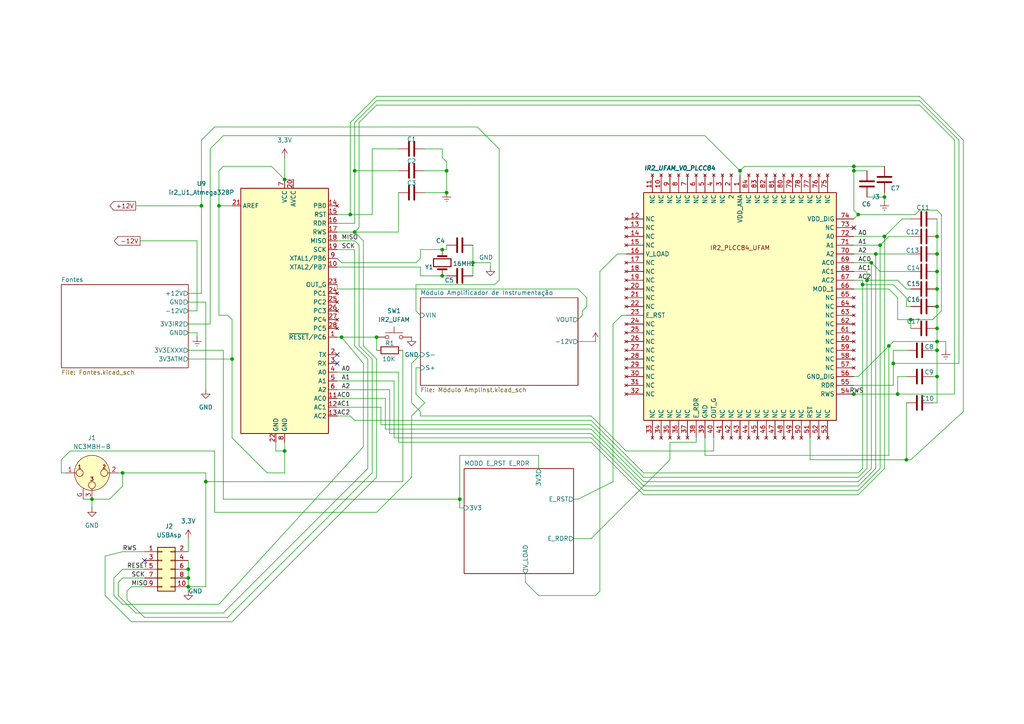
<source format=kicad_sch>
(kicad_sch (version 20250114) (generator "eeschema") (generator_version "9.0")
  (paper "A4")
  (title_block (title "PROJETO IR2_B2_UFAM") (date "07/08/2025") (rev "V1") (company "UFAM-UFMG") (comment 1 "1 - Software Proteus substituído pelo Software Kicad 9.0") (comment 2 "2 - Incluído Amplificafor de Instrumentação para reduzir ruídos") (comment 3 "3 - Incluídos conectores para cabos entrelaçados") (comment 4 "4 - Análise de 4 camadas para reduzir ruídos") (comment 5 "5 - Teste de clonagem"))
  (lib_symbols
    (symbol "Connector_Audio:NC3MBH-B" (pin_names (hide yes))
      (property "Reference" "J" (at 0 8.89 0))
      (property "Value" "NC3MBH-B" (at 0 6.35 0))
      (symbol "NC3MBH-B_0_1"
        (polyline (pts (xy -5.08 0) (xy -4.572 0)))
        (circle (center -3.556 0) (radius 1.016))
        (polyline (pts (xy -2.54 -5.08) (xy -2.54 -4.445)))
        (circle (center 0 0) (radius 5.08) (fill (type background)))
        (circle (center 0 -3.556) (radius 1.016))
        (polyline (pts (xy 0 -5.08) (xy 0 -4.572)))
        (circle (center 3.556 0) (radius 1.016))
        (polyline (pts (xy 5.08 0) (xy 4.572 0)))
        (text "1" (at -3.556 1.778 0) (effects (font (size 1.016 1.016) (bold yes))))
        (text "3" (at 0 -1.778 0) (effects (font (size 1.016 1.016) (bold yes))))
        (text "2" (at 3.556 1.778 0) (effects (font (size 1.016 1.016) (bold yes))))
        (pin passive line (at -7.62 0 0) (length 2.54) (name "~") (number "1"))
        (pin passive line (at 0 -7.62 90) (length 2.54) (name "~") (number "3"))
        (pin passive line (at 7.62 0 180) (length 2.54) (name "~") (number "2"))
      )
      (symbol "NC3MBH-B_1_1"
        (pin passive line (at -2.54 -7.62 90) (length 2.54) (name "~") (number "G"))
      )
    )
    (symbol "Connector_Generic:Conn_02x05_Odd_Even" (pin_names (offset 1.016) (hide yes))
      (property "Reference" "J" (at 1.27 7.62 0))
      (property "Value" "Conn_02x05_Odd_Even" (at 1.27 -7.62 0))
      (symbol "Conn_02x05_Odd_Even_1_1"
        (rectangle (start -1.27 6.35) (end 3.81 -6.35) (stroke (width 0.254)) (fill (type background)))
        (rectangle (start -1.27 5.207) (end 0 4.953) (stroke (width 0.1524)))
        (rectangle (start -1.27 2.667) (end 0 2.413) (stroke (width 0.1524)))
        (rectangle (start -1.27 0.127) (end 0 -0.127) (stroke (width 0.1524)))
        (rectangle (start -1.27 -2.413) (end 0 -2.667) (stroke (width 0.1524)))
        (rectangle (start -1.27 -4.953) (end 0 -5.207) (stroke (width 0.1524)))
        (rectangle (start 3.81 5.207) (end 2.54 4.953) (stroke (width 0.1524)))
        (rectangle (start 3.81 2.667) (end 2.54 2.413) (stroke (width 0.1524)))
        (rectangle (start 3.81 0.127) (end 2.54 -0.127) (stroke (width 0.1524)))
        (rectangle (start 3.81 -2.413) (end 2.54 -2.667) (stroke (width 0.1524)))
        (rectangle (start 3.81 -4.953) (end 2.54 -5.207) (stroke (width 0.1524)))
        (pin passive line (at -5.08 5.08 0) (length 3.81) (name "Pin_1") (number "1"))
        (pin passive line (at -5.08 2.54 0) (length 3.81) (name "Pin_3") (number "3"))
        (pin passive line (at -5.08 0 0) (length 3.81) (name "Pin_5") (number "5"))
        (pin passive line (at -5.08 -2.54 0) (length 3.81) (name "Pin_7") (number "7"))
        (pin passive line (at -5.08 -5.08 0) (length 3.81) (name "Pin_9") (number "9"))
        (pin passive line (at 7.62 5.08 180) (length 3.81) (name "Pin_2") (number "2"))
        (pin passive line (at 7.62 2.54 180) (length 3.81) (name "Pin_4") (number "4"))
        (pin passive line (at 7.62 0 180) (length 3.81) (name "Pin_6") (number "6"))
        (pin passive line (at 7.62 -2.54 180) (length 3.81) (name "Pin_8") (number "8"))
        (pin passive line (at 7.62 -5.08 180) (length 3.81) (name "Pin_10") (number "10"))
      )
    )
    (symbol "Device:C" (pin_numbers (hide yes)) (pin_names (offset 0.254))
      (property "Reference" "C" (at 0.635 2.54 0))
      (property "Value" "C" (at 0.635 -2.54 0))
      (symbol "C_0_1"
        (polyline (pts (xy -2.032 0.762) (xy 2.032 0.762)) (stroke (width 0.508)))
        (polyline (pts (xy -2.032 -0.762) (xy 2.032 -0.762)) (stroke (width 0.508)))
      )
      (symbol "C_1_1"
        (pin passive line (at 0 3.81 270) (length 2.794) (name "~") (number "1"))
        (pin passive line (at 0 -3.81 90) (length 2.794) (name "~") (number "2"))
      )
    )
    (symbol "Device:Crystal" (pin_numbers (hide yes)) (pin_names (offset 1.016) (hide yes))
      (property "Reference" "Y" (at 0 3.81 0))
      (property "Value" "Crystal" (at 0 -3.81 0))
      (symbol "Crystal_0_1"
        (polyline (pts (xy -2.54 0) (xy -1.905 0)))
        (polyline (pts (xy -1.905 -1.27) (xy -1.905 1.27)) (stroke (width 0.508)))
        (rectangle (start -1.143 2.54) (end 1.143 -2.54) (stroke (width 0.3048)))
        (polyline (pts (xy 1.905 -1.27) (xy 1.905 1.27)) (stroke (width 0.508)))
        (polyline (pts (xy 2.54 0) (xy 1.905 0)))
      )
      (symbol "Crystal_1_1"
        (pin passive line (at -3.81 0 0) (length 1.27) (name "1") (number "1"))
        (pin passive line (at 3.81 0 180) (length 1.27) (name "2") (number "2"))
      )
    )
    (symbol "Device:R" (pin_numbers (hide yes)) (pin_names (offset 0))
      (property "Reference" "R" (at 2.032 0 90))
      (property "Value" "R" (at 0 0 90))
      (symbol "R_0_1"
        (rectangle (start -1.016 -2.54) (end 1.016 2.54) (stroke (width 0.254)))
      )
      (symbol "R_1_1"
        (pin passive line (at 0 3.81 270) (length 1.27) (name "~") (number "1"))
        (pin passive line (at 0 -3.81 90) (length 1.27) (name "~") (number "2"))
      )
    )
    (symbol "IR2_LOCAL_Library:IR2_UFAM_SW1_SW_Push" (pin_numbers (hide yes)) (pin_names (offset 1.016) (hide yes))
      (property "Reference" "SW" (at 1.27 2.54 0))
      (property "Value" "IR2_UFAM_SW1_SW_Push" (at 0 -1.524 0))
      (symbol "IR2_UFAM_SW1_SW_Push_0_1"
        (circle (center -2.032 0) (radius 0.508))
        (polyline (pts (xy 0 1.27) (xy 0 3.048)))
        (circle (center 2.032 0) (radius 0.508))
        (polyline (pts (xy 2.54 1.27) (xy -2.54 1.27)))
        (pin passive line (at -5.08 0 0) (length 2.54) (name "1") (number "1"))
        (pin passive line (at 5.08 0 180) (length 2.54) (name "2") (number "2"))
      )
    )
    (symbol "IR2_Library:IR2_UFAM_V0_PLCC84"
      (property "Reference" "J" (at 62.23 12.7 0))
      (property "Value" "IR2_UFAM_V0_PLCC84" (at 62.23 10.16 0))
      (symbol "IR2_UFAM_V0_PLCC84_1_1"
        (rectangle (start 5.08 7.62) (end 60.96 -58.42) (stroke (width 0.254)) (fill (type background)))
        (text "IR2_PLCC84_UFAM" (at 33.02 -8.382 0) (effects (font (size 1.27 1.27))))
        (pin no_connect line (at 0 0 0) (length 5.08) (name "NC") (number "12"))
        (pin no_connect line (at 0 -2.54 0) (length 5.08) (name "NC") (number "13"))
        (pin no_connect line (at 0 -5.08 0) (length 5.08) (name "NC") (number "14"))
        (pin no_connect line (at 0 -7.62 0) (length 5.08) (name "NC") (number "15"))
        (pin input line (at 0 -10.16 0) (length 5.08) (name "V_LOAD") (number "16"))
        (pin no_connect line (at 0 -12.7 0) (length 5.08) (name "NC") (number "17"))
        (pin no_connect line (at 0 -15.24 0) (length 5.08) (name "NC") (number "18"))
        (pin no_connect line (at 0 -17.78 0) (length 5.08) (name "NC") (number "19"))
        (pin no_connect line (at 0 -20.32 0) (length 5.08) (name "NC") (number "20"))
        (pin no_connect line (at 0 -22.86 0) (length 5.08) (name "NC") (number "21"))
        (pin no_connect line (at 0 -25.4 0) (length 5.08) (name "NC") (number "22"))
        (pin input line (at 0 -27.94 0) (length 5.08) (name "E_RST") (number "23"))
        (pin no_connect line (at 0 -30.48 0) (length 5.08) (name "NC") (number "24"))
        (pin no_connect line (at 0 -33.02 0) (length 5.08) (name "NC") (number "25"))
        (pin no_connect line (at 0 -35.56 0) (length 5.08) (name "NC") (number "26"))
        (pin no_connect line (at 0 -38.1 0) (length 5.08) (name "NC") (number "27"))
        (pin no_connect line (at 0 -40.64 0) (length 5.08) (name "NC") (number "28"))
        (pin no_connect line (at 0 -43.18 0) (length 5.08) (name "NC") (number "29"))
        (pin no_connect line (at 0 -45.72 0) (length 5.08) (name "NC") (number "30"))
        (pin no_connect line (at 0 -48.26 0) (length 5.08) (name "NC") (number "31"))
        (pin no_connect line (at 0 -50.8 0) (length 5.08) (name "NC") (number "32"))
        (pin no_connect line (at 7.62 12.7 270) (length 5.08) (name "NC") (number "11"))
        (pin no_connect line (at 7.62 -63.5 90) (length 5.08) (name "NC") (number "33"))
        (pin no_connect line (at 10.16 12.7 270) (length 5.08) (name "NC") (number "10"))
        (pin no_connect line (at 10.16 -63.5 90) (length 5.08) (name "NC") (number "34"))
        (pin no_connect line (at 12.7 12.7 270) (length 5.08) (name "NC") (number "9"))
        (pin no_connect line (at 12.7 -63.5 90) (length 5.08) (name "NC") (number "35"))
        (pin no_connect line (at 15.24 12.7 270) (length 5.08) (name "NC") (number "8"))
        (pin no_connect line (at 15.24 -63.5 90) (length 5.08) (name "NC") (number "36"))
        (pin no_connect line (at 17.78 12.7 270) (length 5.08) (name "NC") (number "7"))
        (pin no_connect line (at 17.78 -63.5 90) (length 5.08) (name "NC") (number "37"))
        (pin no_connect line (at 20.32 12.7 270) (length 5.08) (name "NC") (number "6"))
        (pin input line (at 20.32 -63.5 90) (length 5.08) (name "E_RDR") (number "38"))
        (pin no_connect line (at 22.86 12.7 270) (length 5.08) (name "NC") (number "5"))
        (pin power_out line (at 22.86 -63.5 90) (length 5.08) (name "GND") (number "39"))
        (pin no_connect line (at 25.4 12.7 270) (length 5.08) (name "NC") (number "4"))
        (pin output line (at 25.4 -63.5 90) (length 5.08) (name "OUT_G") (number "40"))
        (pin no_connect line (at 27.94 12.7 270) (length 5.08) (name "NC") (number "3"))
        (pin no_connect line (at 27.94 -63.5 90) (length 5.08) (name "NC") (number "41"))
        (pin no_connect line (at 30.48 12.7 270) (length 5.08) (name "2") (number "2"))
        (pin no_connect line (at 30.48 -63.5 90) (length 5.08) (name "NC") (number "42"))
        (pin power_in line (at 33.02 12.7 270) (length 5.08) (name "VDD_ANA") (number "1"))
        (pin no_connect line (at 33.02 -63.5 90) (length 5.08) (name "NC") (number "43"))
        (pin no_connect line (at 35.56 12.7 270) (length 5.08) (name "NC") (number "84"))
        (pin no_connect line (at 35.56 -63.5 90) (length 5.08) (name "NC") (number "44"))
        (pin no_connect line (at 38.1 12.7 270) (length 5.08) (name "NC") (number "83"))
        (pin no_connect line (at 38.1 -63.5 90) (length 5.08) (name "NC") (number "45"))
        (pin no_connect line (at 40.64 12.7 270) (length 5.08) (name "NC") (number "82"))
        (pin no_connect line (at 40.64 -63.5 90) (length 5.08) (name "NC") (number "46"))
        (pin no_connect line (at 43.18 12.7 270) (length 5.08) (name "NC") (number "81"))
        (pin no_connect line (at 43.18 -63.5 90) (length 5.08) (name "NC") (number "47"))
        (pin no_connect line (at 45.72 12.7 270) (length 5.08) (name "NC") (number "80"))
        (pin no_connect line (at 45.72 -63.5 90) (length 5.08) (name "NC") (number "48"))
        (pin no_connect line (at 48.26 12.7 270) (length 5.08) (name "NC") (number "79"))
        (pin no_connect line (at 48.26 -63.5 90) (length 5.08) (name "NC") (number "49"))
        (pin no_connect line (at 50.8 12.7 270) (length 5.08) (name "NC") (number "78"))
        (pin no_connect line (at 50.8 -63.5 90) (length 5.08) (name "NC") (number "50"))
        (pin no_connect line (at 53.34 12.7 270) (length 5.08) (name "NC") (number "77"))
        (pin input line (at 53.34 -63.5 90) (length 5.08) (name "RST") (number "51"))
        (pin no_connect line (at 55.88 12.7 270) (length 5.08) (name "NC") (number "76"))
        (pin no_connect line (at 55.88 -63.5 90) (length 5.08) (name "NC") (number "52"))
        (pin no_connect line (at 58.42 12.7 270) (length 5.08) (name "NC") (number "75"))
        (pin no_connect line (at 58.42 -63.5 90) (length 5.08) (name "NC") (number "53"))
        (pin power_in line (at 66.04 0 180) (length 5.08) (name "VDD_DIG") (number "74"))
        (pin no_connect line (at 66.04 -2.54 180) (length 5.08) (name "NC") (number "73"))
        (pin input line (at 66.04 -5.08 180) (length 5.08) (name "A0") (number "72"))
        (pin input line (at 66.04 -7.62 180) (length 5.08) (name "A1") (number "71"))
        (pin input line (at 66.04 -10.16 180) (length 5.08) (name "A2") (number "70"))
        (pin input line (at 66.04 -12.7 180) (length 5.08) (name "AC0") (number "69"))
        (pin input line (at 66.04 -15.24 180) (length 5.08) (name "AC1") (number "68"))
        (pin input line (at 66.04 -17.78 180) (length 5.08) (name "AC2") (number "67"))
        (pin power_in line (at 66.04 -20.32 180) (length 5.08) (name "MOD_1") (number "66"))
        (pin no_connect line (at 66.04 -22.86 180) (length 5.08) (name "NC") (number "65"))
        (pin no_connect line (at 66.04 -25.4 180) (length 5.08) (name "NC") (number "64"))
        (pin no_connect line (at 66.04 -27.94 180) (length 5.08) (name "NC") (number "63"))
        (pin no_connect line (at 66.04 -30.48 180) (length 5.08) (name "NC") (number "62"))
        (pin no_connect line (at 66.04 -33.02 180) (length 5.08) (name "NC") (number "61"))
        (pin no_connect line (at 66.04 -35.56 180) (length 5.08) (name "NC") (number "60"))
        (pin no_connect line (at 66.04 -38.1 180) (length 5.08) (name "NC") (number "59"))
        (pin no_connect line (at 66.04 -40.64 180) (length 5.08) (name "NC") (number "58"))
        (pin no_connect line (at 66.04 -43.18 180) (length 5.08) (name "NC") (number "57"))
        (pin power_in line (at 66.04 -45.72 180) (length 5.08) (name "GND_DIG") (number "56"))
        (pin input line (at 66.04 -48.26 180) (length 5.08) (name "RDR") (number "55"))
        (pin input line (at 66.04 -50.8 180) (length 5.08) (name "RWS") (number "54"))
      )
    )
    (symbol "IR2_Library:ir2_U1_Atmega328P"
      (property "Reference" "U" (at -12.7 36.83 0))
      (property "Value" "ir2_U1_Atmega328P" (at 2.54 -36.83 0))
      (symbol "ir2_U1_Atmega328P_0_1"
        (rectangle (start -12.7 35.56) (end 12.7 -35.56) (stroke (width 0.254)) (fill (type background)))
      )
      (symbol "ir2_U1_Atmega328P_1_1"
        (pin passive line (at -15.24 30.48 0) (length 2.54) (name "AREF") (number "21"))
        (pin power_in line (at -2.54 -38.1 90) (length 2.54) (name "GND") (number "22"))
        (pin power_in line (at 0 38.1 270) (length 2.54) (name "VCC") (number "7"))
        (pin power_in line (at 0 -38.1 90) (length 2.54) (name "GND") (number "8"))
        (pin power_in line (at 2.54 38.1 270) (length 2.54) (name "AVCC") (number "20"))
        (pin no_connect line (at 15.24 30.48 180) (length 2.54) (name "PB0") (number "14"))
        (pin output line (at 15.24 27.94 180) (length 2.54) (name "RST") (number "15"))
        (pin output line (at 15.24 25.4 180) (length 2.54) (name "RDR") (number "16"))
        (pin output line (at 15.24 22.86 180) (length 2.54) (name "RWS") (number "17"))
        (pin input line (at 15.24 20.32 180) (length 2.54) (name "MISO") (number "18"))
        (pin bidirectional line (at 15.24 17.78 180) (length 2.54) (name "SCK") (number "19"))
        (pin bidirectional line (at 15.24 15.24 180) (length 2.54) (name "XTAL1/PB6") (number "9"))
        (pin bidirectional line (at 15.24 12.7 180) (length 2.54) (name "XTAL2/PB7") (number "10"))
        (pin input line (at 15.24 7.62 180) (length 2.54) (name "OUT_G") (number "23"))
        (pin no_connect line (at 15.24 5.08 180) (length 2.54) (name "PC1") (number "24"))
        (pin no_connect line (at 15.24 2.54 180) (length 2.54) (name "PC2") (number "25"))
        (pin no_connect line (at 15.24 0 180) (length 2.54) (name "PC3") (number "26"))
        (pin no_connect line (at 15.24 -2.54 180) (length 2.54) (name "PC4") (number "27"))
        (pin no_connect line (at 15.24 -5.08 180) (length 2.54) (name "PC5") (number "28"))
        (pin bidirectional line (at 15.24 -7.62 180) (length 2.54) (name "~{RESET}/PC6") (number "1"))
        (pin bidirectional line (at 15.24 -12.7 180) (length 2.54) (name "TX") (number "2"))
        (pin bidirectional line (at 15.24 -15.24 180) (length 2.54) (name "RX") (number "3"))
        (pin output line (at 15.24 -17.78 180) (length 2.54) (name "A0") (number "4"))
        (pin output line (at 15.24 -20.32 180) (length 2.54) (name "A1") (number "5"))
        (pin output line (at 15.24 -22.86 180) (length 2.54) (name "A2") (number "6"))
        (pin output line (at 15.24 -25.4 180) (length 2.54) (name "AC0") (number "11"))
        (pin output line (at 15.24 -27.94 180) (length 2.54) (name "AC1") (number "12"))
        (pin output line (at 15.24 -30.48 180) (length 2.54) (name "AC2") (number "13"))
      )
    )
    (symbol "power:Earth" (power) (pin_numbers (hide yes)) (pin_names (offset 0) (hide yes))
      (property "Value" "Earth" (at 0 -3.81 0))
      (symbol "Earth_0_1"
        (polyline (pts (xy -0.635 -1.905) (xy 0.635 -1.905)))
        (polyline (pts (xy -0.127 -2.54) (xy 0.127 -2.54)))
        (polyline (pts (xy 0 -1.27) (xy 0 0)))
        (polyline (pts (xy 1.27 -1.27) (xy -1.27 -1.27)))
      )
      (symbol "Earth_1_1"
        (pin power_in line (at 0 0 270) (length 0) (name "~") (number "1"))
      )
    )
    (symbol "power:GND" (power) (pin_numbers (hide yes)) (pin_names (offset 0) (hide yes))
      (property "Value" "GND" (at 0 -3.81 0))
      (symbol "GND_0_1"
        (polyline (pts (xy 0 0) (xy 0 -1.27) (xy 1.27 -1.27) (xy 0 -2.54) (xy -1.27 -1.27) (xy 0 -1.27)))
      )
      (symbol "GND_1_1"
        (pin power_in line (at 0 0 270) (length 0) (name "~") (number "1"))
      )
    )
    (symbol "power:VCC" (power) (pin_numbers (hide yes)) (pin_names (offset 0) (hide yes))
      (property "Value" "VCC" (at 0 3.556 0))
      (symbol "VCC_0_1"
        (polyline (pts (xy -0.762 1.27) (xy 0 2.54)))
        (polyline (pts (xy 0 2.54) (xy 0.762 1.27)))
        (polyline (pts (xy 0 0) (xy 0 2.54)))
      )
      (symbol "VCC_1_1"
        (pin power_in line (at 0 0 90) (length 0) (name "~") (number "1"))
      )
    )
  )
  (junction (at 271.78 68.58))
  (junction (at 256.54 57.15))
  (junction (at 82.55 52.07))
  (junction (at 82.55 130.81))
  (junction (at 128.27 72.39))
  (junction (at 35.56 137.16))
  (junction (at 271.78 109.22))
  (junction (at 260.35 114.3))
  (junction (at 58.42 59.69))
  (junction (at 271.78 95.25))
  (junction (at 133.35 144.78))
  (junction (at 54.61 165.1))
  (junction (at 271.78 73.66))
  (junction (at 99.06 97.79))
  (junction (at 255.27 71.12))
  (junction (at 271.78 83.82))
  (junction (at 257.81 100.33))
  (junction (at 59.69 139.7))
  (junction (at 271.78 88.9))
  (junction (at 129.54 49.53))
  (junction (at 54.61 170.18))
  (junction (at 109.22 97.79))
  (junction (at 102.87 67.31))
  (junction (at 54.61 167.64))
  (junction (at 247.65 114.3))
  (junction (at 129.54 55.88))
  (junction (at 248.92 62.23))
  (junction (at 101.6 62.23))
  (junction (at 26.67 144.78))
  (junction (at 271.78 99.06))
  (junction (at 247.65 49.53))
  (junction (at 271.78 101.6))
  (junction (at 262.89 133.35))
  (junction (at 250.19 82.55))
  (junction (at 251.46 81.28))
  (junction (at 137.16 76.2))
  (junction (at 102.87 49.53))
  (junction (at 128.27 80.01))
  (junction (at 252.73 76.2))
  (junction (at 256.54 68.58))
  (junction (at 247.65 48.26))
  (junction (at 264.16 92.71))
  (junction (at 259.08 105.41))
  (junction (at 271.78 78.74))
  (junction (at 63.5 59.69))
  (junction (at 254 73.66))
  (junction (at 67.31 104.14))
  (junction (at 214.63 49.53))
  (no_connect (at 41.91 162.56))
  (no_connect (at 97.79 102.87))
  (no_connect (at 97.79 105.41))
  (no_connect (at 247.65 66.04))
  (wire (pts (xy 60.96 43.18) (xy 64.77 39.37)))
  (wire (pts (xy 102.87 49.53) (xy 102.87 64.77)))
  (wire (pts (xy 109.22 29.21) (xy 266.7 29.21)))
  (wire (pts (xy 97.79 62.23) (xy 101.6 62.23)))
  (wire (pts (xy 172.72 172.72) (xy 173.99 171.45)))
  (wire (pts (xy 62.23 148.59) (xy 62.23 130.81)))
  (wire (pts (xy 247.65 109.22) (xy 248.92 109.22)))
  (wire (pts (xy 168.91 90.17) (xy 168.91 91.44)))
  (wire (pts (xy 254 73.66) (xy 254 135.89)))
  (wire (pts (xy 252.73 76.2) (xy 252.73 135.89)))
  (wire (pts (xy 107.95 43.18) (xy 115.57 43.18)))
  (wire (pts (xy 128.27 80.01) (xy 129.54 80.01)))
  (wire (pts (xy 133.35 132.08) (xy 156.21 132.08)))
  (wire (pts (xy 115.57 107.95) (xy 115.57 128.27)))
  (wire (pts (xy 63.5 49.53) (xy 64.77 48.26)))
  (wire (pts (xy 246.38 114.3) (xy 247.65 114.3)))
  (wire (pts (xy 121.92 119.38) (xy 121.92 120.65)))
  (wire (pts (xy 144.78 81.28) (xy 143.51 82.55)))
  (wire (pts (xy 121.92 102.87) (xy 119.38 105.41)))
  (wire (pts (xy 173.99 78.74) (xy 173.99 171.45)))
  (wire (pts (xy 204.47 39.37) (xy 214.63 49.53)))
  (wire (pts (xy 266.7 27.94) (xy 279.4 40.64)))
  (wire (pts (xy 116.84 101.6) (xy 116.84 139.7)))
  (wire (pts (xy 247.65 111.76) (xy 259.08 111.76)))
  (wire (pts (xy 247.65 48.26) (xy 256.54 48.26)))
  (wire (pts (xy 54.61 87.63) (xy 59.69 87.63)))
  (wire (pts (xy 102.87 35.56) (xy 109.22 29.21)))
  (wire (pts (xy 129.54 49.53) (xy 129.54 55.88)))
  (wire (pts (xy 57.15 96.52) (xy 57.15 97.79)))
  (wire (pts (xy 97.79 83.82) (xy 167.64 83.82)))
  (wire (pts (xy 264.16 92.71) (xy 270.51 92.71)))
  (wire (pts (xy 54.61 170.18) (xy 54.61 171.45)))
  (wire (pts (xy 82.55 128.27) (xy 82.55 130.81)))
  (wire (pts (xy 171.45 156.21) (xy 194.31 133.35)))
  (wire (pts (xy 247.65 60.96) (xy 248.92 62.23)))
  (wire (pts (xy 67.31 92.71) (xy 66.04 91.44)))
  (wire (pts (xy 63.5 49.53) (xy 63.5 59.69)))
  (wire (pts (xy 248.92 138.43) (xy 186.69 138.43)))
  (wire (pts (xy 264.16 83.82) (xy 262.89 83.82)))
  (wire (pts (xy 273.05 90.17) (xy 270.51 92.71)))
  (wire (pts (xy 97.79 120.65) (xy 101.6 120.65)))
  (wire (pts (xy 59.69 139.7) (xy 59.69 137.16)))
  (wire (pts (xy 260.35 109.22) (xy 262.89 109.22)))
  (wire (pts (xy 194.31 133.35) (xy 194.31 128.27)))
  (wire (pts (xy 105.41 100.33) (xy 109.22 104.14)))
  (wire (pts (xy 99.06 97.79) (xy 109.22 97.79)))
  (wire (pts (xy 121.92 72.39) (xy 121.92 74.93)))
  (wire (pts (xy 102.87 100.33) (xy 106.68 104.14)))
  (wire (pts (xy 271.78 73.66) (xy 271.78 78.74)))
  (wire (pts (xy 99.06 76.2) (xy 120.65 76.2)))
  (wire (pts (xy 26.67 144.78) (xy 24.13 144.78)))
  (wire (pts (xy 35.56 165.1) (xy 41.91 165.1)))
  (wire (pts (xy 35.56 137.16) (xy 35.56 140.97)))
  (wire (pts (xy 271.78 60.96) (xy 273.05 62.23)))
  (wire (pts (xy 137.16 71.12) (xy 137.16 76.2)))
  (wire (pts (xy 262.89 86.36) (xy 259.08 82.55)))
  (wire (pts (xy 271.78 78.74) (xy 271.78 83.82)))
  (wire (pts (xy 109.22 97.79) (xy 109.22 101.6)))
  (wire (pts (xy 215.9 48.26) (xy 247.65 48.26)))
  (wire (pts (xy 251.46 81.28) (xy 251.46 135.89)))
  (wire (pts (xy 63.5 59.69) (xy 67.31 59.69)))
  (wire (pts (xy 97.79 77.47) (xy 121.92 77.47)))
  (wire (pts (xy 121.92 72.39) (xy 128.27 72.39)))
  (wire (pts (xy 102.87 49.53) (xy 102.87 35.56)))
  (wire (pts (xy 214.63 49.53) (xy 215.9 48.26)))
  (wire (pts (xy 102.87 72.39) (xy 102.87 100.33)))
  (wire (pts (xy 171.45 123.19) (xy 186.69 138.43)))
  (wire (pts (xy 38.1 180.34) (xy 30.48 172.72)))
  (wire (pts (xy 109.22 27.94) (xy 266.7 27.94)))
  (wire (pts (xy 248.92 62.23) (xy 247.65 63.5)))
  (wire (pts (xy 120.65 90.17) (xy 121.92 91.44)))
  (wire (pts (xy 30.48 172.72) (xy 30.48 161.29)))
  (wire (pts (xy 137.16 76.2) (xy 137.16 80.01)))
  (wire (pts (xy 54.61 156.21) (xy 54.61 160.02)))
  (wire (pts (xy 105.41 129.54) (xy 105.41 105.41)))
  (wire (pts (xy 274.32 99.06) (xy 274.32 101.6)))
  (wire (pts (xy 186.69 142.24) (xy 248.92 142.24)))
  (wire (pts (xy 97.79 83.82) (xy 97.79 82.55)))
  (wire (pts (xy 170.18 88.9) (xy 170.18 86.36)))
  (wire (pts (xy 251.46 57.15) (xy 256.54 57.15)))
  (wire (pts (xy 186.69 140.97) (xy 171.45 125.73)))
  (wire (pts (xy 54.61 162.56) (xy 54.61 165.1)))
  (wire (pts (xy 58.42 85.09) (xy 54.61 85.09)))
  (wire (pts (xy 58.42 59.69) (xy 58.42 85.09)))
  (wire (pts (xy 264.16 68.58) (xy 257.81 68.58)))
  (wire (pts (xy 257.81 132.08) (xy 257.81 100.33)))
  (wire (pts (xy 33.02 172.72) (xy 35.56 175.26)))
  (wire (pts (xy 129.54 46.99) (xy 129.54 49.53)))
  (wire (pts (xy 247.65 114.3) (xy 260.35 114.3)))
  (wire (pts (xy 123.19 55.88) (xy 129.54 55.88)))
  (wire (pts (xy 247.65 81.28) (xy 250.19 81.28)))
  (wire (pts (xy 254 73.66) (xy 264.16 73.66)))
  (wire (pts (xy 144.78 43.18) (xy 144.78 81.28)))
  (wire (pts (xy 119.38 120.65) (xy 119.38 138.43)))
  (wire (pts (xy 234.95 127) (xy 234.95 133.35)))
  (wire (pts (xy 271.78 68.58) (xy 271.78 73.66)))
  (wire (pts (xy 101.6 62.23) (xy 107.95 62.23)))
  (wire (pts (xy 35.56 137.16) (xy 59.69 137.16)))
  (wire (pts (xy 264.16 63.5) (xy 261.62 63.5)))
  (wire (pts (xy 54.61 167.64) (xy 54.61 170.18)))
  (wire (pts (xy 257.81 100.33) (xy 259.08 99.06)))
  (wire (pts (xy 106.68 135.89) (xy 64.77 177.8)))
  (wire (pts (xy 97.79 67.31) (xy 102.87 67.31)))
  (wire (pts (xy 166.37 156.21) (xy 171.45 156.21)))
  (wire (pts (xy 97.79 74.93) (xy 99.06 76.2)))
  (wire (pts (xy 250.19 82.55) (xy 259.08 82.55)))
  (wire (pts (xy 257.81 68.58) (xy 255.27 71.12)))
  (wire (pts (xy 248.92 137.16) (xy 186.69 137.16)))
  (wire (pts (xy 77.47 137.16) (xy 82.55 137.16)))
  (wire (pts (xy 248.92 62.23) (xy 265.43 62.23)))
  (wire (pts (xy 82.55 52.07) (xy 85.09 52.07)))
  (wire (pts (xy 114.3 110.49) (xy 114.3 127)))
  (wire (pts (xy 104.14 71.12) (xy 104.14 100.33)))
  (wire (pts (xy 102.87 69.85) (xy 104.14 71.12)))
  (wire (pts (xy 34.29 172.72) (xy 39.37 177.8)))
  (wire (pts (xy 266.7 30.48) (xy 276.86 40.64)))
  (wire (pts (xy 194.31 128.27) (xy 201.93 128.27)))
  (wire (pts (xy 279.4 119.38) (xy 264.16 133.35)))
  (wire (pts (xy 107.95 104.14) (xy 107.95 137.16)))
  (wire (pts (xy 251.46 81.28) (xy 260.35 81.28)))
  (wire (pts (xy 60.96 93.98) (xy 54.61 93.98)))
  (wire (pts (xy 278.13 40.64) (xy 278.13 105.41)))
  (wire (pts (xy 82.55 45.72) (xy 82.55 52.07)))
  (wire (pts (xy 138.43 36.83) (xy 144.78 43.18)))
  (wire (pts (xy 128.27 45.72) (xy 129.54 46.99)))
  (wire (pts (xy 111.76 115.57) (xy 111.76 124.46)))
  (wire (pts (xy 264.16 133.35) (xy 262.89 133.35)))
  (wire (pts (xy 255.27 71.12) (xy 255.27 135.89)))
  (wire (pts (xy 54.61 101.6) (xy 64.77 101.6)))
  (wire (pts (xy 259.08 105.41) (xy 278.13 105.41)))
  (wire (pts (xy 34.29 168.91) (xy 34.29 172.72)))
  (wire (pts (xy 186.69 143.51) (xy 171.45 128.27)))
  (wire (pts (xy 152.4 166.37) (xy 152.4 168.91)))
  (wire (pts (xy 109.22 30.48) (xy 266.7 30.48)))
  (wire (pts (xy 260.35 86.36) (xy 260.35 92.71)))
  (wire (pts (xy 262.89 133.35) (xy 234.95 133.35)))
  (wire (pts (xy 166.37 144.78) (xy 167.64 144.78)))
  (wire (pts (xy 204.47 132.08) (xy 257.81 132.08)))
  (wire (pts (xy 113.03 125.73) (xy 171.45 125.73)))
  (wire (pts (xy 54.61 104.14) (xy 67.31 104.14)))
  (wire (pts (xy 256.54 68.58) (xy 256.54 135.89)))
  (wire (pts (xy 214.63 49.53) (xy 214.63 50.8)))
  (wire (pts (xy 133.35 144.78) (xy 133.35 147.32)))
  (wire (pts (xy 201.93 128.27) (xy 201.93 127)))
  (wire (pts (xy 177.8 93.98) (xy 180.34 91.44)))
  (wire (pts (xy 102.87 67.31) (xy 104.14 66.04)))
  (wire (pts (xy 101.6 62.23) (xy 101.6 35.56)))
  (wire (pts (xy 251.46 78.74) (xy 251.46 81.28)))
  (wire (pts (xy 35.56 165.1) (xy 33.02 167.64)))
  (wire (pts (xy 247.65 73.66) (xy 254 73.66)))
  (wire (pts (xy 123.19 43.18) (xy 128.27 43.18)))
  (wire (pts (xy 204.47 127) (xy 204.47 132.08)))
  (wire (pts (xy 260.35 109.22) (xy 260.35 114.3)))
  (wire (pts (xy 129.54 72.39) (xy 129.54 71.12)))
  (wire (pts (xy 119.38 116.84) (xy 121.92 119.38)))
  (wire (pts (xy 109.22 138.43) (xy 67.31 180.34)))
  (wire (pts (xy 26.67 144.78) (xy 31.75 144.78)))
  (wire (pts (xy 133.35 147.32) (xy 134.62 147.32)))
  (wire (pts (xy 111.76 124.46) (xy 171.45 124.46)))
  (wire (pts (xy 62.23 36.83) (xy 138.43 36.83)))
  (wire (pts (xy 121.92 120.65) (xy 171.45 120.65)))
  (wire (pts (xy 256.54 55.88) (xy 256.54 57.15)))
  (wire (pts (xy 273.05 62.23) (xy 273.05 90.17)))
  (wire (pts (xy 270.51 109.22) (xy 271.78 109.22)))
  (wire (pts (xy 271.78 99.06) (xy 271.78 101.6)))
  (wire (pts (xy 177.8 93.98) (xy 177.8 139.7)))
  (wire (pts (xy 248.92 142.24) (xy 255.27 135.89)))
  (wire (pts (xy 80.01 128.27) (xy 80.01 130.81)))
  (wire (pts (xy 114.3 127) (xy 171.45 127)))
  (wire (pts (xy 67.31 180.34) (xy 38.1 180.34)))
  (wire (pts (xy 254 135.89) (xy 248.92 140.97)))
  (wire (pts (xy 250.19 82.55) (xy 250.19 135.89)))
  (wire (pts (xy 265.43 62.23) (xy 266.7 60.96)))
  (wire (pts (xy 120.65 114.3) (xy 123.19 116.84)))
  (wire (pts (xy 171.45 124.46) (xy 186.69 139.7)))
  (wire (pts (xy 106.68 104.14) (xy 106.68 135.89)))
  (wire (pts (xy 102.87 49.53) (xy 115.57 49.53)))
  (wire (pts (xy 97.79 113.03) (xy 113.03 113.03)))
  (wire (pts (xy 123.19 49.53) (xy 129.54 49.53)))
  (wire (pts (xy 35.56 160.02) (xy 41.91 160.02)))
  (wire (pts (xy 115.57 55.88) (xy 115.57 67.31)))
  (wire (pts (xy 156.21 172.72) (xy 172.72 172.72)))
  (wire (pts (xy 58.42 40.64) (xy 58.42 59.69)))
  (wire (pts (xy 248.92 109.22) (xy 257.81 100.33)))
  (wire (pts (xy 152.4 168.91) (xy 156.21 172.72)))
  (wire (pts (xy 270.51 101.6) (xy 271.78 101.6)))
  (wire (pts (xy 247.65 78.74) (xy 251.46 78.74)))
  (wire (pts (xy 250.19 135.89) (xy 248.92 137.16)))
  (wire (pts (xy 104.14 35.56) (xy 104.14 66.04)))
  (wire (pts (xy 59.69 139.7) (xy 59.69 170.18)))
  (wire (pts (xy 33.02 167.64) (xy 33.02 172.72)))
  (wire (pts (xy 35.56 175.26) (xy 63.5 175.26)))
  (wire (pts (xy 250.19 81.28) (xy 250.19 82.55)))
  (wire (pts (xy 259.08 101.6) (xy 259.08 105.41)))
  (wire (pts (xy 271.78 109.22) (xy 271.78 116.84)))
  (wire (pts (xy 171.45 121.92) (xy 102.87 121.92)))
  (wire (pts (xy 262.89 116.84) (xy 262.89 133.35)))
  (wire (pts (xy 207.01 127) (xy 207.01 130.81)))
  (wire (pts (xy 54.61 170.18) (xy 59.69 170.18)))
  (wire (pts (xy 107.95 137.16) (xy 66.04 179.07)))
  (wire (pts (xy 19.05 137.16) (xy 17.78 137.16)))
  (wire (pts (xy 102.87 121.92) (xy 101.6 120.65)))
  (wire (pts (xy 105.41 105.41) (xy 99.06 97.79)))
  (wire (pts (xy 36.83 173.99) (xy 36.83 171.45)))
  (wire (pts (xy 179.07 73.66) (xy 181.61 73.66)))
  (wire (pts (xy 67.31 104.14) (xy 67.31 92.71)))
  (wire (pts (xy 167.64 83.82) (xy 170.18 86.36)))
  (wire (pts (xy 31.75 144.78) (xy 35.56 140.97)))
  (wire (pts (xy 40.64 69.85) (xy 57.15 69.85)))
  (wire (pts (xy 102.87 67.31) (xy 105.41 69.85)))
  (wire (pts (xy 171.45 127) (xy 186.69 142.24)))
  (wire (pts (xy 102.87 67.31) (xy 115.57 67.31)))
  (wire (pts (xy 142.24 76.2) (xy 142.24 77.47)))
  (wire (pts (xy 97.79 107.95) (xy 115.57 107.95)))
  (wire (pts (xy 271.78 63.5) (xy 271.78 68.58)))
  (wire (pts (xy 168.91 91.44) (xy 167.64 92.71)))
  (wire (pts (xy 64.77 101.6) (xy 64.77 144.78)))
  (wire (pts (xy 102.87 64.77) (xy 97.79 64.77)))
  (wire (pts (xy 181.61 130.81) (xy 207.01 130.81)))
  (wire (pts (xy 20.32 130.81) (xy 62.23 130.81)))
  (wire (pts (xy 256.54 57.15) (xy 256.54 58.42)))
  (wire (pts (xy 34.29 137.16) (xy 35.56 137.16)))
  (wire (pts (xy 247.65 49.53) (xy 251.46 49.53)))
  (wire (pts (xy 101.6 35.56) (xy 109.22 27.94)))
  (wire (pts (xy 259.08 101.6) (xy 262.89 101.6)))
  (wire (pts (xy 120.65 114.3) (xy 120.65 106.68)))
  (wire (pts (xy 259.08 99.06) (xy 271.78 99.06)))
  (wire (pts (xy 255.27 78.74) (xy 252.73 76.2)))
  (wire (pts (xy 78.74 48.26) (xy 82.55 52.07)))
  (wire (pts (xy 110.49 123.19) (xy 171.45 123.19)))
  (wire (pts (xy 97.79 97.79) (xy 99.06 97.79)))
  (wire (pts (xy 133.35 132.08) (xy 133.35 144.78)))
  (wire (pts (xy 97.79 110.49) (xy 114.3 110.49)))
  (wire (pts (xy 64.77 177.8) (xy 39.37 177.8)))
  (wire (pts (xy 247.65 49.53) (xy 247.65 60.96)))
  (wire (pts (xy 262.89 88.9) (xy 262.89 86.36)))
  (wire (pts (xy 36.83 171.45) (xy 38.1 170.18)))
  (wire (pts (xy 107.95 43.18) (xy 107.95 62.23)))
  (wire (pts (xy 120.65 76.2) (xy 121.92 74.93)))
  (wire (pts (xy 35.56 167.64) (xy 41.91 167.64)))
  (wire (pts (xy 186.69 137.16) (xy 171.45 121.92)))
  (wire (pts (xy 63.5 175.26) (xy 105.41 129.54)))
  (wire (pts (xy 97.79 118.11) (xy 110.49 118.11)))
  (wire (pts (xy 57.15 90.17) (xy 54.61 90.17)))
  (wire (pts (xy 17.78 137.16) (xy 17.78 133.35)))
  (wire (pts (xy 271.78 116.84) (xy 270.51 116.84)))
  (wire (pts (xy 259.08 105.41) (xy 259.08 111.76)))
  (wire (pts (xy 247.65 76.2) (xy 252.73 76.2)))
  (wire (pts (xy 128.27 43.18) (xy 128.27 45.72)))
  (wire (pts (xy 271.78 95.25) (xy 271.78 99.06)))
  (wire (pts (xy 247.65 68.58) (xy 256.54 68.58)))
  (wire (pts (xy 17.78 133.35) (xy 20.32 130.81)))
  (wire (pts (xy 41.91 179.07) (xy 66.04 179.07)))
  (wire (pts (xy 115.57 128.27) (xy 171.45 128.27)))
  (wire (pts (xy 168.91 90.17) (xy 170.18 88.9)))
  (wire (pts (xy 97.79 115.57) (xy 111.76 115.57)))
  (wire (pts (xy 171.45 120.65) (xy 181.61 130.81)))
  (wire (pts (xy 119.38 105.41) (xy 119.38 116.84)))
  (wire (pts (xy 247.65 48.26) (xy 247.65 49.53)))
  (wire (pts (xy 271.78 88.9) (xy 271.78 95.25)))
  (wire (pts (xy 264.16 88.9) (xy 262.89 88.9)))
  (wire (pts (xy 39.37 59.69) (xy 58.42 59.69)))
  (wire (pts (xy 110.49 118.11) (xy 110.49 123.19)))
  (wire (pts (xy 59.69 87.63) (xy 59.69 113.03)))
  (wire (pts (xy 80.01 130.81) (xy 82.55 130.81)))
  (wire (pts (xy 104.14 100.33) (xy 107.95 104.14)))
  (wire (pts (xy 63.5 59.69) (xy 63.5 91.44)))
  (wire (pts (xy 256.54 135.89) (xy 248.92 143.51)))
  (wire (pts (xy 59.69 139.7) (xy 116.84 139.7)))
  (wire (pts (xy 137.16 76.2) (xy 142.24 76.2)))
  (wire (pts (xy 105.41 69.85) (xy 105.41 100.33)))
  (wire (pts (xy 54.61 96.52) (xy 57.15 96.52)))
  (wire (pts (xy 38.1 170.18) (xy 41.91 170.18)))
  (wire (pts (xy 121.92 80.01) (xy 128.27 80.01)))
  (wire (pts (xy 264.16 92.71) (xy 264.16 95.25)))
  (wire (pts (xy 186.69 143.51) (xy 248.92 143.51)))
  (wire (pts (xy 186.69 139.7) (xy 248.92 139.7)))
  (wire (pts (xy 63.5 91.44) (xy 66.04 91.44)))
  (wire (pts (xy 62.23 148.59) (xy 109.22 148.59)))
  (wire (pts (xy 26.67 144.78) (xy 26.67 147.32)))
  (wire (pts (xy 30.48 161.29) (xy 35.56 160.02)))
  (wire (pts (xy 128.27 72.39) (xy 129.54 72.39)))
  (wire (pts (xy 257.81 83.82) (xy 260.35 86.36)))
  (wire (pts (xy 34.29 168.91) (xy 35.56 167.64)))
  (wire (pts (xy 64.77 144.78) (xy 133.35 144.78)))
  (wire (pts (xy 274.32 99.06) (xy 271.78 99.06)))
  (wire (pts (xy 120.65 82.55) (xy 143.51 82.55)))
  (wire (pts (xy 180.34 91.44) (xy 181.61 91.44)))
  (wire (pts (xy 167.64 99.06) (xy 172.72 99.06)))
  (wire (pts (xy 58.42 40.64) (xy 62.23 36.83)))
  (wire (pts (xy 97.79 69.85) (xy 102.87 69.85)))
  (wire (pts (xy 177.8 139.7) (xy 167.64 144.78)))
  (wire (pts (xy 77.47 137.16) (xy 67.31 127)))
  (wire (pts (xy 82.55 130.81) (xy 82.55 137.16)))
  (wire (pts (xy 121.92 77.47) (xy 121.92 80.01)))
  (wire (pts (xy 109.22 148.59) (xy 119.38 138.43)))
  (wire (pts (xy 54.61 165.1) (xy 54.61 167.64)))
  (wire (pts (xy 109.22 104.14) (xy 109.22 138.43)))
  (wire (pts (xy 247.65 71.12) (xy 255.27 71.12)))
  (wire (pts (xy 248.92 139.7) (xy 252.73 135.89)))
  (wire (pts (xy 266.7 60.96) (xy 271.78 60.96)))
  (wire (pts (xy 255.27 78.74) (xy 264.16 78.74)))
  (wire (pts (xy 271.78 101.6) (xy 271.78 109.22)))
  (wire (pts (xy 276.86 40.64) (xy 276.86 114.3)))
  (wire (pts (xy 279.4 40.64) (xy 279.4 119.38)))
  (wire (pts (xy 67.31 127) (xy 67.31 104.14)))
  (wire (pts (xy 60.96 43.18) (xy 60.96 93.98)))
  (wire (pts (xy 120.65 82.55) (xy 120.65 90.17)))
  (wire (pts (xy 260.35 92.71) (xy 264.16 92.71)))
  (wire (pts (xy 251.46 135.89) (xy 248.92 138.43)))
  (wire (pts (xy 260.35 114.3) (xy 276.86 114.3)))
  (wire (pts (xy 97.79 72.39) (xy 102.87 72.39)))
  (wire (pts (xy 104.14 35.56) (xy 109.22 30.48)))
  (wire (pts (xy 261.62 63.5) (xy 256.54 68.58)))
  (wire (pts (xy 41.91 179.07) (xy 36.83 173.99)))
  (wire (pts (xy 173.99 78.74) (xy 179.07 73.66)))
  (wire (pts (xy 119.38 120.65) (xy 123.19 116.84)))
  (wire (pts (xy 57.15 69.85) (xy 57.15 90.17)))
  (wire (pts (xy 266.7 29.21) (xy 278.13 40.64)))
  (wire (pts (xy 120.65 106.68) (xy 121.92 106.68)))
  (wire (pts (xy 113.03 113.03) (xy 113.03 125.73)))
  (wire (pts (xy 156.21 132.08) (xy 156.21 135.89)))
  (wire (pts (xy 262.89 83.82) (xy 260.35 81.28)))
  (wire (pts (xy 64.77 39.37) (xy 204.47 39.37)))
  (wire (pts (xy 271.78 83.82) (xy 271.78 88.9)))
  (wire (pts (xy 64.77 48.26) (xy 78.74 48.26)))
  (wire (pts (xy 248.92 140.97) (xy 186.69 140.97)))
  (wire (pts (xy 247.65 83.82) (xy 257.81 83.82)))
  (label "AC0" (at 97.79 115.57 0))
  (label "AC2" (at 97.79 120.65 0))
  (label "AC2" (at 248.92 81.28 0))
  (label "AC1" (at 248.92 78.74 0))
  (label "RWS" (at 35.56 160.02 0))
  (label "SCK" (at 99.06 72.39 0))
  (label "A0" (at 99.06 107.95 0))
  (label "A1" (at 248.92 71.12 0))
  (label "A2" (at 248.92 73.66 0))
  (label "SCK" (at 38.1 167.64 0))
  (label "MISO" (at 38.1 170.18 0))
  (label "RESET" (at 36.83 165.1 0))
  (label "RWS" (at 246.38 114.3 0))
  (label "A0" (at 248.92 68.58 0))
  (label "AC1" (at 97.79 118.11 0))
  (label "A2" (at 99.06 113.03 0))
  (label "AC0" (at 248.92 76.2 0))
  (label "A1" (at 99.06 110.49 0))
  (label "MISO" (at 99.06 69.85 0))
  (global_label "-12V" (shape output) (at 40.64 69.85 180) (property "Intersheetrefs" "${INTERSHEET_REFS}" (at 32.5748 69.85 0) (effects (justify right))))
  (global_label "+12V" (shape output) (at 39.37 59.69 180) (property "Intersheetrefs" "${INTERSHEET_REFS}" (at 31.3048 59.69 0) (effects (justify right))))
  (symbol (lib_id "IR2_LOCAL_Library:IR2_UFAM_SW1_SW_Push") (at 114.3 97.79 0) (unit 1)
    (property "Reference" "SW1" (at 114.3 90.17 0))
    (property "Value" "IR2_UFAM" (at 114.3 92.71 0))
    (property "Description" "Push button switch, generic, two pins" (effects (hide yes)))
  )
  (symbol (lib_id "power:Earth") (at 129.54 55.88 0) (unit 1)
    (property "Reference" "#PWR011" (effects (hide yes)))
    (property "Value" "Earth" (effects (hide yes)))
    (property "Description" "Power symbol creates a global label with name \"Earth\"" (effects (hide yes)))
  )
  (symbol (lib_id "Connector_Audio:NC3MBH-B") (at 26.67 137.16 0) (unit 1)
    (property "Reference" "J1" (at 26.67 127 0))
    (property "Value" "NC3MBH-B" (at 26.67 129.54 0))
    (property "Footprint" "Connector_Audio:Jack_XLR_Neutrik_NC3MBH-B_Horizontal" (effects (hide yes)))
    (property "Datasheet" "https://www.neutrik.com/en/product/nc3mbh-b" (effects (hide yes)))
    (property "Description" "B Series, 3 pole male XLR receptacle, grounding: separate ground contact to mating connector shell and front panel, steel retention lug, horizontal PCB mount, black chrome shell" (effects (hide yes)))
  )
  (symbol (lib_id "power:Earth") (at 274.32 101.6 0) (unit 1)
    (property "Reference" "#PWR017" (effects (hide yes)))
    (property "Value" "Earth" (effects (hide yes)))
    (property "Description" "Power symbol creates a global label with name \"Earth\"" (effects (hide yes)))
  )
  (symbol (lib_id "power:GND") (at 142.24 77.47 0) (unit 1)
    (property "Reference" "#PWR030" (effects (hide yes)))
    (property "Value" "GND" (at 140.97 74.676 0))
    (property "Description" "Power symbol creates a global label with name \"GND\" , ground" (effects (hide yes)))
  )
  (symbol (lib_id "Device:Crystal") (at 128.27 76.2 90) (unit 1)
    (property "Reference" "Y1" (at 123.19 77.47 90) (effects (justify right)))
    (property "Value" "16MHz" (at 131.318 76.454 90) (effects (justify right)))
    (property "Footprint" "Crystal:Crystal_SMD_HC49-SD" (effects (hide yes)))
    (property "Description" "Two pin crystal" (effects (hide yes)))
  )
  (symbol (lib_id "power:Earth") (at 256.54 58.42 0) (unit 1)
    (property "Reference" "#PWR016" (effects (hide yes)))
    (property "Value" "Earth" (effects (hide yes)))
    (property "Description" "Power symbol creates a global label with name \"Earth\"" (effects (hide yes)))
  )
  (symbol (lib_id "Device:C") (at 133.35 71.12 90) (unit 1)
    (property "Reference" "C4" (at 127.762 69.85 90))
    (property "Value" "22pF" (effects (hide yes)))
    (property "Footprint" "Capacitor_SMD:C_0805_2012Metric" (effects (hide yes)))
    (property "Description" "Unpolarized capacitor" (effects (hide yes)))
  )
  (symbol (lib_id "Device:C") (at 267.97 63.5 90) (unit 1)
    (property "Reference" "C11" (at 267.716 60.198 90))
    (property "Value" "100nF" (effects (hide yes)))
    (property "Footprint" "Capacitor_SMD:C_0805_2012Metric_Pad1.18x1.45mm_HandSolder" (effects (hide yes)))
    (property "Description" "Unpolarized capacitor" (effects (hide yes)))
  )
  (symbol (lib_id "power:VCC") (at 54.61 156.21 0) (unit 1)
    (property "Reference" "#PWR05" (effects (hide yes)))
    (property "Value" "3,3V" (at 54.61 151.13 0))
    (property "Description" "Power symbol creates a global label with name \"VCC\"" (effects (hide yes)))
  )
  (symbol (lib_id "Device:R") (at 113.03 101.6 270) (unit 1)
    (property "Reference" "R1" (at 113.03 99.568 90))
    (property "Value" "10K" (at 112.776 104.14 90))
    (property "Footprint" "Resistor_SMD:R_0805_2012Metric_Pad1.20x1.40mm_HandSolder" (effects (hide yes)))
    (property "Description" "Resistor" (effects (hide yes)))
  )
  (symbol (lib_id "IR2_Library:IR2_UFAM_V0_PLCC84") (at 181.61 63.5 0) (unit 1)
    (property "Reference" "J3" (at 254 57.0798 0))
    (property "Value" "IR2_UFAM_V0_PLCC84" (at 197.104 48.768 0) (effects (font (thickness 0.254) (bold yes) (italic yes))))
    (property "Footprint" "IR2_Library:ir2_J3_UFAM_PLCC84AT" (effects (hide yes)))
    (property "Datasheet" "https://suddendocs.samtec.com/prints/plcc-0xx-xx-x-xx-mkt.pdf" (effects (hide yes)))
    (property "Description" "IC & Component Sockets 1.27 mm Surface Mount Dip and Chip Carrier Socket 84 (4 x 21) Pos PLCC" (effects (hide yes)))
    (property "Height" "5.49" (effects (hide yes)))
    (property "Manufacturer_Name" "SAMTEC" (effects (hide yes)))
    (property "Manufacturer_Part_Number" "PLCC-084-F-A-TR" (effects (hide yes)))
    (property "Mouser Part Number" "N/A" (effects (hide yes)))
    (property "Mouser Price/Stock" "https://www.mouser.co.uk/ProductDetail/Samtec/PLCC-084-F-A-TR?qs=3%252BjIH0OdpA%252BNYaZoNFF9lQ%3D%3D" (effects (hide yes)))
  )
  (symbol (lib_id "Device:C") (at 267.97 95.25 90) (unit 1)
    (property "Reference" "C17" (at 264.922 93.218 90))
    (property "Value" "100nF" (effects (hide yes)))
    (property "Footprint" "Capacitor_SMD:C_0805_2012Metric_Pad1.18x1.45mm_HandSolder" (effects (hide yes)))
    (property "Description" "Unpolarized capacitor" (effects (hide yes)))
  )
  (symbol (lib_id "Device:C") (at 267.97 68.58 90) (unit 1)
    (property "Reference" "C12" (at 264.668 67.31 90))
    (property "Value" "100nF" (effects (hide yes)))
    (property "Footprint" "Capacitor_SMD:C_0805_2012Metric_Pad1.18x1.45mm_HandSolder" (effects (hide yes)))
    (property "Description" "Unpolarized capacitor" (effects (hide yes)))
  )
  (symbol (lib_id "Device:C") (at 267.97 88.9 90) (unit 1)
    (property "Reference" "C16" (at 264.922 86.868 90))
    (property "Value" "100nF" (effects (hide yes)))
    (property "Footprint" "Capacitor_SMD:C_0805_2012Metric_Pad1.18x1.45mm_HandSolder" (effects (hide yes)))
    (property "Description" "Unpolarized capacitor" (effects (hide yes)))
  )
  (symbol (lib_id "power:Earth") (at 57.15 97.79 0) (unit 1)
    (property "Reference" "#PWR029" (effects (hide yes)))
    (property "Value" "Earth" (effects (hide yes)))
    (property "Description" "Power symbol creates a global label with name \"Earth\"" (effects (hide yes)))
  )
  (symbol (lib_id "Device:C") (at 133.35 80.01 90) (unit 1)
    (property "Reference" "C5" (at 130.302 81.28 90))
    (property "Value" "22pF" (effects (hide yes)))
    (property "Footprint" "Capacitor_SMD:C_0805_2012Metric_Pad1.18x1.45mm_HandSolder" (effects (hide yes)))
    (property "Description" "Unpolarized capacitor" (effects (hide yes)))
  )
  (symbol (lib_id "Device:C") (at 119.38 43.18 90) (unit 1)
    (property "Reference" "C1" (at 119.38 40.386 90))
    (property "Value" "100nF" (effects (hide yes)))
    (property "Footprint" "Capacitor_SMD:C_0805_2012Metric_Pad1.18x1.45mm_HandSolder" (effects (hide yes)))
    (property "Description" "Unpolarized capacitor" (effects (hide yes)))
  )
  (symbol (lib_id "Device:C") (at 119.38 55.88 90) (unit 1)
    (property "Reference" "C3" (at 119.38 53.086 90))
    (property "Value" "100nF" (effects (hide yes)))
    (property "Footprint" "Capacitor_SMD:C_0805_2012Metric_Pad1.18x1.45mm_HandSolder" (effects (hide yes)))
    (property "Description" "Unpolarized capacitor" (effects (hide yes)))
  )
  (symbol (lib_id "power:GND") (at 54.61 171.45 0) (unit 1)
    (property "Reference" "#PWR01" (effects (hide yes)))
    (property "Value" "GND" (at 56.642 171.45 0))
    (property "Description" "Power symbol creates a global label with name \"GND\" , ground" (effects (hide yes)))
  )
  (symbol (lib_id "Device:C") (at 266.7 109.22 90) (unit 1)
    (property "Reference" "C9" (at 269.494 107.95 90))
    (property "Value" "100nF" (effects (hide yes)))
    (property "Footprint" "Capacitor_SMD:C_0805_2012Metric_Pad1.18x1.45mm_HandSolder" (effects (hide yes)))
    (property "Description" "Unpolarized capacitor" (effects (hide yes)))
  )
  (symbol (lib_id "power:GND") (at 26.67 147.32 0) (unit 1)
    (property "Reference" "#PWR09" (effects (hide yes)))
    (property "Value" "GND" (at 26.67 152.4 0))
    (property "Description" "Power symbol creates a global label with name \"GND\" , ground" (effects (hide yes)))
  )
  (symbol (lib_id "Device:C") (at 267.97 83.82 90) (unit 1)
    (property "Reference" "C15" (at 264.922 82.296 90))
    (property "Value" "100nF" (effects (hide yes)))
    (property "Footprint" "Capacitor_SMD:C_0805_2012Metric_Pad1.18x1.45mm_HandSolder" (effects (hide yes)))
    (property "Description" "Unpolarized capacitor" (effects (hide yes)))
  )
  (symbol (lib_id "IR2_Library:ir2_U1_Atmega328P") (at 82.55 90.17 0) (unit 1)
    (property "Reference" "U9" (at 58.42 53.2698 0))
    (property "Value" "ir2_U1_Atmega328P" (at 58.42 55.8098 0))
    (property "Footprint" "Package_DIP:DIP-28_W7.62mm" (effects (hide yes)))
    (property "Datasheet" "http://ww1.microchip.com/downloads/en/DeviceDoc/Atmel-8025-8-bit-AVR-Microcontroller-ATmega48P-88P-168P_Datasheet.pdf" (effects (hide yes)))
    (property "Description" "10MHz, 4kB Flash, 512B SRAM, 256B EEPROM, DIP-28" (effects (hide yes)))
  )
  (symbol (lib_id "Device:C") (at 251.46 53.34 0) (unit 1)
    (property "Reference" "C6" (at 249.936 59.182 0) (effects (justify left)))
    (property "Value" "100nF" (effects (hide yes)))
    (property "Footprint" "Capacitor_SMD:C_0805_2012Metric_Pad1.18x1.45mm_HandSolder" (effects (hide yes)))
    (property "Description" "Unpolarized capacitor" (effects (hide yes)))
  )
  (symbol (lib_id "power:VCC") (at 172.72 99.06 0) (unit 1)
    (property "Reference" "#PWR014" (effects (hide yes)))
    (property "Value" "-12V" (effects (hide yes)))
    (property "Description" "Power symbol creates a global label with name \"VCC\"" (effects (hide yes)))
  )
  (symbol (lib_id "Device:C") (at 256.54 52.07 0) (unit 1)
    (property "Reference" "C7" (at 258.318 54.61 0) (effects (justify left)))
    (property "Value" "100nF" (effects (hide yes)))
    (property "Footprint" "Capacitor_SMD:C_0805_2012Metric_Pad1.18x1.45mm_HandSolder" (effects (hide yes)))
    (property "Description" "Unpolarized capacitor" (effects (hide yes)))
  )
  (symbol (lib_id "power:VCC") (at 82.55 45.72 0) (unit 1)
    (property "Reference" "#PWR08" (effects (hide yes)))
    (property "Value" "3,3V" (at 82.55 40.64 0))
    (property "Description" "Power symbol creates a global label with name \"VCC\"" (effects (hide yes)))
  )
  (symbol (lib_id "power:GND") (at 59.69 113.03 0) (unit 1)
    (property "Reference" "#PWR03" (effects (hide yes)))
    (property "Value" "GND" (at 59.69 118.11 0))
    (property "Description" "Power symbol creates a global label with name \"GND\" , ground" (effects (hide yes)))
  )
  (symbol (lib_id "Device:C") (at 119.38 49.53 90) (unit 1)
    (property "Reference" "C2" (at 119.38 46.736 90))
    (property "Value" "100nF" (effects (hide yes)))
    (property "Footprint" "Capacitor_SMD:C_0805_2012Metric_Pad1.18x1.45mm_HandSolder" (effects (hide yes)))
    (property "Description" "Unpolarized capacitor" (effects (hide yes)))
  )
  (symbol (lib_id "Device:C") (at 266.7 101.6 90) (unit 1)
    (property "Reference" "C8" (at 269.494 100.584 90))
    (property "Value" "100nF" (effects (hide yes)))
    (property "Footprint" "Capacitor_SMD:C_0805_2012Metric_Pad1.18x1.45mm_HandSolder" (effects (hide yes)))
    (property "Description" "Unpolarized capacitor" (effects (hide yes)))
  )
  (symbol (lib_id "Device:C") (at 267.97 78.74 90) (unit 1)
    (property "Reference" "C14" (at 264.922 77.724 90))
    (property "Value" "100nF" (effects (hide yes)))
    (property "Footprint" "Capacitor_SMD:C_0805_2012Metric_Pad1.18x1.45mm_HandSolder" (effects (hide yes)))
    (property "Description" "Unpolarized capacitor" (effects (hide yes)))
  )
  (symbol (lib_id "Device:C") (at 267.97 73.66 90) (unit 1)
    (property "Reference" "C13" (at 264.668 72.644 90))
    (property "Value" "100nF" (effects (hide yes)))
    (property "Footprint" "Capacitor_SMD:C_0805_2012Metric_Pad1.18x1.45mm_HandSolder" (effects (hide yes)))
    (property "Description" "Unpolarized capacitor" (effects (hide yes)))
  )
  (symbol (lib_id "power:GND") (at 119.38 97.79 0) (unit 1)
    (property "Reference" "#PWR02" (effects (hide yes)))
    (property "Value" "GND" (at 119.38 102.87 0))
    (property "Description" "Power symbol creates a global label with name \"GND\" , ground" (effects (hide yes)))
  )
  (symbol (lib_id "Connector_Generic:Conn_02x05_Odd_Even") (at 46.99 165.1 0) (unit 1)
    (property "Reference" "J2" (at 49.022 152.654 0))
    (property "Value" "USBAsp" (at 49.022 155.194 0))
    (property "Footprint" "Connector_IDC:IDC-Header_2x05_P2.54mm_Vertical_SMD" (effects (hide yes)))
    (property "Description" "Generic connector, double row, 02x05, odd/even pin numbering scheme (row 1 odd numbers, row 2 even numbers), script generated (kicad-library-utils/schlib/autogen/connector/)" (effects (hide yes)))
  )
  (symbol (lib_id "Device:C") (at 266.7 116.84 90) (unit 1)
    (property "Reference" "C10" (at 268.986 115.57 90))
    (property "Value" "100nF" (effects (hide yes)))
    (property "Footprint" "Capacitor_SMD:C_0805_2012Metric_Pad1.18x1.45mm_HandSolder" (effects (hide yes)))
    (property "Description" "Unpolarized capacitor" (effects (hide yes)))
  )
  (sheet (at 121.92 86.36) (size 45.72 25.4) (stroke (width 0.1524))
    (property "Sheetname" "Módulo Amplificador de Instrumentação" (at 121.92 85.6484 0) (effects (justify left bottom)))
    (property "Sheetfile" "Módulo AmplInst.kicad_sch" (at 121.92 112.3446 0) (effects (justify left top)))
    (pin "S-" input (at 121.92 102.87 180))
    (pin "VIN" input (at 121.92 91.44 180))
    (pin "S+" input (at 121.92 106.68 180))
    (pin "VOUT" output (at 167.64 92.71 0))
    (pin "-12V" output (at 167.64 99.06 0))
  )
  (sheet (at 134.62 135.89) (size 31.75 30.48) (stroke (width 0.1524))
    (property "Sheetname" "MODO E_RST E_RDR" (at 134.62 135.128 0) (effects (justify left bottom)))
    (property "Sheetfile" "MODO E_RST E_RDR.kicad_sch" (effects (hide yes)))
    (pin "E_RST" output (at 166.37 144.78 0))
    (pin "E_RDR" output (at 166.37 156.21 0))
    (pin "3V3" input (at 134.62 147.32 180))
    (pin "3V3" output (at 156.21 135.89 90))
    (pin "V_LOAD" output (at 152.4 166.37 270))
  )
  (sheet (at 17.78 82.55) (size 36.83 24.13) (stroke (width 0.1524))
    (property "Sheetname" "Fontes" (at 17.78 81.8384 0) (effects (justify left bottom)))
    (property "Sheetfile" "Fontes.kicad_sch" (at 17.78 107.2646 0) (effects (justify left top)))
    (pin "+12V" output (at 54.61 85.09 0))
    (pin "3V3EXXX" output (at 54.61 101.6 0))
    (pin "3V3IR2" output (at 54.61 93.98 0))
    (pin "3V3ATM" output (at 54.61 104.14 0))
    (pin "-12V" output (at 54.61 90.17 0))
    (pin "GND" output (at 54.61 87.63 0))
    (pin "GND" output (at 54.61 96.52 0))
  )
)
</source>
